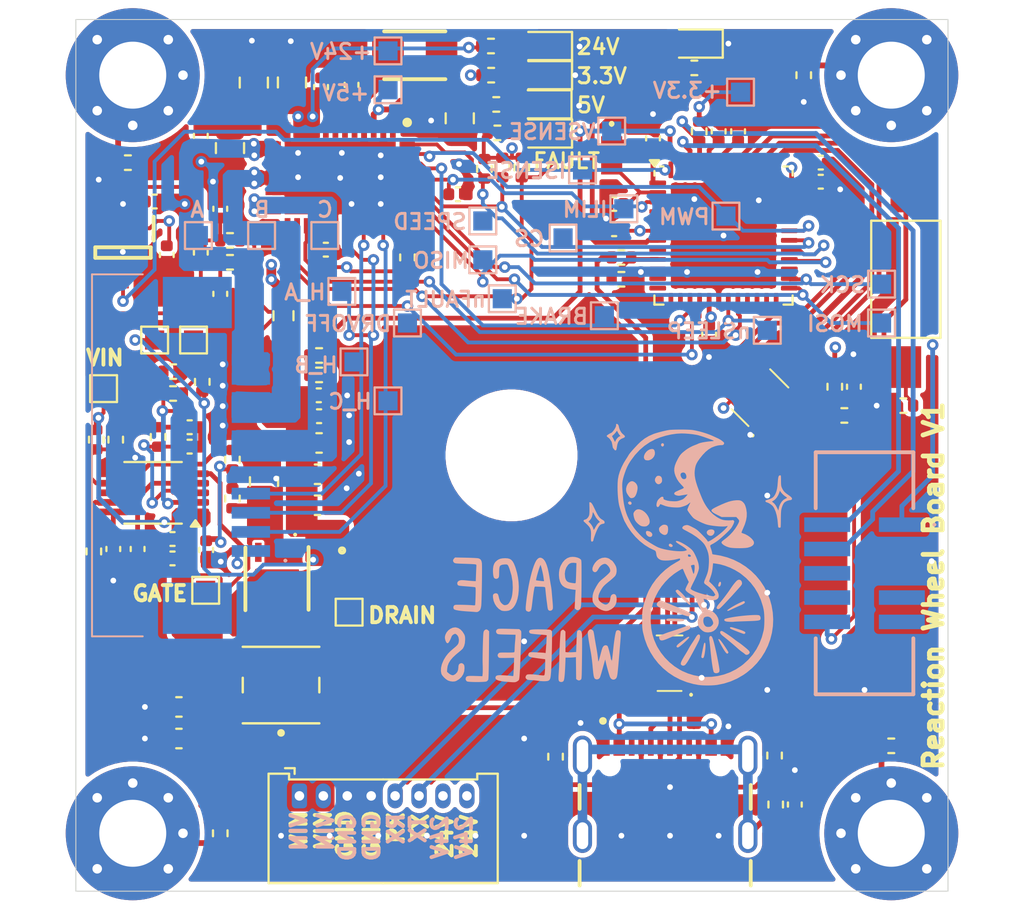
<source format=kicad_pcb>
(kicad_pcb
	(version 20240108)
	(generator "pcbnew")
	(generator_version "8.0")
	(general
		(thickness 1.6)
		(legacy_teardrops no)
	)
	(paper "A4")
	(layers
		(0 "F.Cu" signal)
		(1 "In1.Cu" power)
		(2 "In2.Cu" power)
		(31 "B.Cu" signal)
		(32 "B.Adhes" user "B.Adhesive")
		(33 "F.Adhes" user "F.Adhesive")
		(34 "B.Paste" user)
		(35 "F.Paste" user)
		(36 "B.SilkS" user "B.Silkscreen")
		(37 "F.SilkS" user "F.Silkscreen")
		(38 "B.Mask" user)
		(39 "F.Mask" user)
		(40 "Dwgs.User" user "User.Drawings")
		(41 "Cmts.User" user "User.Comments")
		(42 "Eco1.User" user "User.Eco1")
		(43 "Eco2.User" user "User.Eco2")
		(44 "Edge.Cuts" user)
		(45 "Margin" user)
		(46 "B.CrtYd" user "B.Courtyard")
		(47 "F.CrtYd" user "F.Courtyard")
		(48 "B.Fab" user)
		(49 "F.Fab" user)
		(50 "User.1" user)
		(51 "User.2" user)
		(52 "User.3" user)
		(53 "User.4" user)
		(54 "User.5" user)
		(55 "User.6" user)
		(56 "User.7" user)
		(57 "User.8" user)
		(58 "User.9" user)
	)
	(setup
		(stackup
			(layer "F.SilkS"
				(type "Top Silk Screen")
			)
			(layer "F.Paste"
				(type "Top Solder Paste")
			)
			(layer "F.Mask"
				(type "Top Solder Mask")
				(thickness 0.01)
			)
			(layer "F.Cu"
				(type "copper")
				(thickness 0.035)
			)
			(layer "dielectric 1"
				(type "prepreg")
				(thickness 0.1)
				(material "FR4")
				(epsilon_r 4.5)
				(loss_tangent 0.02)
			)
			(layer "In1.Cu"
				(type "copper")
				(thickness 0.035)
			)
			(layer "dielectric 2"
				(type "core")
				(thickness 1.24)
				(material "FR4")
				(epsilon_r 4.5)
				(loss_tangent 0.02)
			)
			(layer "In2.Cu"
				(type "copper")
				(thickness 0.035)
			)
			(layer "dielectric 3"
				(type "prepreg")
				(thickness 0.1)
				(material "FR4")
				(epsilon_r 4.5)
				(loss_tangent 0.02)
			)
			(layer "B.Cu"
				(type "copper")
				(thickness 0.035)
			)
			(layer "B.Mask"
				(type "Bottom Solder Mask")
				(thickness 0.01)
			)
			(layer "B.Paste"
				(type "Bottom Solder Paste")
			)
			(layer "B.SilkS"
				(type "Bottom Silk Screen")
			)
			(copper_finish "None")
			(dielectric_constraints no)
		)
		(pad_to_mask_clearance 0)
		(allow_soldermask_bridges_in_footprints no)
		(pcbplotparams
			(layerselection 0x00010fc_ffffffff)
			(plot_on_all_layers_selection 0x0000000_00000000)
			(disableapertmacros no)
			(usegerberextensions no)
			(usegerberattributes yes)
			(usegerberadvancedattributes yes)
			(creategerberjobfile yes)
			(dashed_line_dash_ratio 12.000000)
			(dashed_line_gap_ratio 3.000000)
			(svgprecision 4)
			(plotframeref no)
			(viasonmask no)
			(mode 1)
			(useauxorigin no)
			(hpglpennumber 1)
			(hpglpenspeed 20)
			(hpglpendiameter 15.000000)
			(pdf_front_fp_property_popups yes)
			(pdf_back_fp_property_popups yes)
			(dxfpolygonmode yes)
			(dxfimperialunits yes)
			(dxfusepcbnewfont yes)
			(psnegative no)
			(psa4output no)
			(plotreference yes)
			(plotvalue yes)
			(plotfptext yes)
			(plotinvisibletext no)
			(sketchpadsonfab no)
			(subtractmaskfromsilk no)
			(outputformat 1)
			(mirror no)
			(drillshape 1)
			(scaleselection 1)
			(outputdirectory "")
		)
	)
	(net 0 "")
	(net 1 "VDC")
	(net 2 "GND")
	(net 3 "/Buck-Boost/24V_OUT")
	(net 4 "/MCU/DAC0")
	(net 5 "+3.3V")
	(net 6 "/MCU/MCU_nRESET")
	(net 7 "/MCU/SHIELD")
	(net 8 "/Buck-Boost/Drain")
	(net 9 "/MCU/Motor_nFAULT")
	(net 10 "/MCU/VBUS")
	(net 11 "/MCU/D_N")
	(net 12 "/MCU/D_P")
	(net 13 "/Buck-Boost/CURRENTSENSE")
	(net 14 "/Motor Driver/OUTC")
	(net 15 "/MCU/MISO")
	(net 16 "/MCU/SCK")
	(net 17 "/Motor Driver/OUTB")
	(net 18 "/MCU/MOSI")
	(net 19 "/MCU/MOTOR_nSLEEP")
	(net 20 "/Motor Driver/SW_BK")
	(net 21 "/MCU/MOTOR_SPEED")
	(net 22 "/MCU/CS")
	(net 23 "/MCU/MOTOR_BRAKE")
	(net 24 "/Motor Driver/OUTA")
	(net 25 "/MCU/Motor_PWM")
	(net 26 "/MCU/MOTOR_DRVOFF")
	(net 27 "/Motor Driver/H_A")
	(net 28 "/Motor Driver/H_B")
	(net 29 "/Motor Driver/H_C")
	(net 30 "/RX")
	(net 31 "unconnected-(J2-PadMP1)")
	(net 32 "unconnected-(J2-PadMP2)")
	(net 33 "/MCU/SWCLK")
	(net 34 "/MCU/SWDIO")
	(net 35 "/Buck-Boost/Source")
	(net 36 "/Buck-Boost/VSENSE")
	(net 37 "/MCU/MOTOR_DIR")
	(net 38 "Net-(U201-SS)")
	(net 39 "Net-(U201-VCC)")
	(net 40 "/Buck-Boost/Feedback")
	(net 41 "Net-(C207-Pad2)")
	(net 42 "Net-(C208-Pad1)")
	(net 43 "Net-(U201-COMP)")
	(net 44 "Net-(D201-K)")
	(net 45 "Net-(IC301-CP)")
	(net 46 "Net-(IC301-CPL)")
	(net 47 "Net-(IC301-CPH)")
	(net 48 "Net-(U401-PA00)")
	(net 49 "Net-(U401-PA01)")
	(net 50 "Net-(U401-VDDCORE)")
	(net 51 "Net-(D301-A)")
	(net 52 "Net-(D302-A)")
	(net 53 "Net-(D303-A)")
	(net 54 "Net-(D304-A)")
	(net 55 "Net-(D402-A)")
	(net 56 "unconnected-(IC301-HNA-Pad28)")
	(net 57 "unconnected-(IC301-NC_1-Pad1)")
	(net 58 "unconnected-(IC301-HNB-Pad30)")
	(net 59 "unconnected-(IC301-NC_2-Pad24)")
	(net 60 "unconnected-(IC301-HNC-Pad32)")
	(net 61 "unconnected-(J401-SBU1-PadA8)")
	(net 62 "Net-(J401-CC1)")
	(net 63 "Net-(J401-CC2)")
	(net 64 "unconnected-(J401-SBU2-PadB8)")
	(net 65 "unconnected-(J402-Pad8)")
	(net 66 "unconnected-(J402-Pad6)")
	(net 67 "unconnected-(J402-Pad7)")
	(net 68 "unconnected-(J402-Pad9)")
	(net 69 "Net-(J402-Pad10)")
	(net 70 "Net-(Q201-GATE)")
	(net 71 "Net-(U201-RT)")
	(net 72 "/Buck-Boost/Sense-")
	(net 73 "Net-(U201-CS)")
	(net 74 "Net-(R403-Pad2)")
	(net 75 "Net-(U401-PB08)")
	(net 76 "unconnected-(U401-PA08-Pad13)")
	(net 77 "unconnected-(U401-PB09-Pad8)")
	(net 78 "unconnected-(U401-PA09-Pad14)")
	(net 79 "unconnected-(U401-PA06-Pad11)")
	(net 80 "unconnected-(U401-PA28-Pad41)")
	(net 81 "unconnected-(U401-PA12-Pad21)")
	(net 82 "unconnected-(U401-PA03-Pad4)")
	(net 83 "unconnected-(U401-PA13-Pad22)")
	(net 84 "unconnected-(U401-PA07-Pad12)")
	(net 85 "unconnected-(U401-PA15-Pad24)")
	(net 86 "unconnected-(U401-PA27-Pad39)")
	(net 87 "unconnected-(U401-PA18-Pad27)")
	(net 88 "unconnected-(U401-PA14-Pad23)")
	(net 89 "unconnected-(U401-PA05-Pad10)")
	(net 90 "/MCU/ADC3")
	(net 91 "/Motor Driver/FB_BK")
	(net 92 "Net-(R1-Pad1)")
	(net 93 "/Buck-Boost/Sense+")
	(net 94 "/Buck-Boost/UVLO")
	(net 95 "/TX")
	(net 96 "Net-(H101-Pad1)")
	(net 97 "Net-(H102-Pad1)")
	(net 98 "Net-(H103-Pad1)")
	(net 99 "Net-(H104-Pad1)")
	(footprint "Resistor_SMD:R_0402_1005Metric" (layer "F.Cu") (at 154.94 89.154))
	(footprint "Capacitor_SMD:C_0402_1005Metric" (layer "F.Cu") (at 165.354 84.1985 180))
	(footprint "Resistor_SMD:R_0402_1005Metric" (layer "F.Cu") (at 169.67 96.901))
	(footprint "TestPoint:TestPoint_Pad_1.0x1.0mm" (layer "F.Cu") (at 140.716 107.696))
	(footprint "MountingHole:MountingHole_3.5mm_Pad_Via" (layer "F.Cu") (at 129.413 79.629))
	(footprint "TestPoint:TestPoint_Pad_1.0x1.0mm" (layer "F.Cu") (at 132.588 93.472))
	(footprint "Resistor_SMD:R_0402_1005Metric" (layer "F.Cu") (at 131.5212 96.266))
	(footprint "Resistor_SMD:R_0402_1005Metric" (layer "F.Cu") (at 151.5 115.25 90))
	(footprint "Resistor_SMD:R_0402_1005Metric" (layer "F.Cu") (at 148.126 78.105))
	(footprint "Capacitor_SMD:C_0402_1005Metric" (layer "F.Cu") (at 132.3868 98.029 180))
	(footprint "Resistor_SMD:R_0402_1005Metric" (layer "F.Cu") (at 139.147 94.279 180))
	(footprint "MountingHole:MountingHole_6.4mm_M6" (layer "F.Cu") (at 149.225 99.568))
	(footprint "Capacitor_SMD:C_0402_1005Metric" (layer "F.Cu") (at 146.4056 85.852))
	(footprint "Capacitor_SMD:C_0603_1608Metric" (layer "F.Cu") (at 139.065 100.487))
	(footprint "Button_Switch_SMD:SW_SPST_FSMSM" (layer "F.Cu") (at 169.799 90.297 -90))
	(footprint "Resistor_SMD:R_0402_1005Metric" (layer "F.Cu") (at 149.733 84.455 -90))
	(footprint "Resistor_SMD:R_0402_1005Metric" (layer "F.Cu") (at 128.524 98.679 90))
	(footprint "Capacitor_SMD:C_0402_1005Metric" (layer "F.Cu") (at 132.969 88.9 90))
	(footprint "Capacitor_SMD:C_0603_1608Metric" (layer "F.Cu") (at 131.826 112.649 180))
	(footprint "Capacitor_SMD:C_0402_1005Metric" (layer "F.Cu") (at 139.5 88.75))
	(footprint "Connector_Molex:Molex_PicoBlade_53048-0810_1x08_P1.25mm_Horizontal" (layer "F.Cu") (at 138.119 117.299))
	(footprint "Resistor_SMD:R_0402_1005Metric" (layer "F.Cu") (at 148.136 79.629))
	(footprint "Senior Design:PRTR5V0U2X" (layer "F.Cu") (at 162.179 96.52 45))
	(footprint "Capacitor_SMD:C_0402_1005Metric" (layer "F.Cu") (at 133.2484 104.4448 -90))
	(footprint "Resistor_SMD:R_0402_1005Metric" (layer "F.Cu") (at 134.62 101.757 -90))
	(footprint "Capacitor_SMD:C_0402_1005Metric" (layer "F.Cu") (at 133.985 91.059 -90))
	(footprint "Capacitor_SMD:C_0402_1005Metric" (layer "F.Cu") (at 160.02 82.565 -90))
	(footprint "Capacitor_SMD:C_0402_1005Metric" (layer "F.Cu") (at 130.556 86.233 180))
	(footprint "Capacitor_SMD:C_0402_1005Metric" (layer "F.Cu") (at 133.985 86.614 90))
	(footprint "Resistor_SMD:R_0402_1005Metric" (layer "F.Cu") (at 159.004 82.565 90))
	(footprint "Resistor_SMD:R_0402_1005Metric" (layer "F.Cu") (at 163 117.75 90))
	(footprint "Capacitor_SMD:C_0402_1005Metric" (layer "F.Cu") (at 132.3848 99.045 180))
	(footprint "Capacitor_SMD:C_0805_2012Metric" (layer "F.Cu") (at 146.496039 81.88275 -90))
	(footprint "RW_Imports:IND_XGL4040-223MEC" (layer "F.Cu") (at 137.16 111.506 90))
	(footprint "Resistor_SMD:R_0402_1005Metric" (layer "F.Cu") (at 148.403322 81.157909))
	(footprint "MountingHole:MountingHole_3.5mm_Pad_Via" (layer "F.Cu") (at 169.037 79.629))
	(footprint "Resistor_SMD:R_0402_1005Metric" (layer "F.Cu") (at 134.493 88.265 180))
	(footprint "Capacitor_SMD:C_0402_1005Metric" (layer "F.Cu") (at 128.397 104.394 -90))
	(footprint "Capacitor_SMD:C_0805_2012Metric"
		(layer "F.Cu")
		(uuid "66502248-f4ce-498f-a7c5-901a5eb84cfe")
		(at 134.493 83.439 -90)
		(descr "Capacitor SMD 0805 (2012 Metric), square (rectangular) end terminal, IPC_7351 nominal, (Body size source: IPC-SM-782 page 76, https://www.pcb-3d.com/wordpress/wp-content/uploads/ipc-sm-782a_amendment_1_and_2.pdf, https://docs.google.com/spreadsheets/d/1BsfQQcO9C6DZCsRaXUlFlo91Tg2WpOkGARC1WS5S8t0/edit?usp=sharing), generated with kicad-footprint-generator")
		(tags "capacitor")
		(property "Reference" "C304"
			(at 0 -1.68 90)
			(layer "F.SilkS")
			(hide yes)
			(uuid "3849d662-c4f6-4e2f-a303-2de9df5f8b42")
			(effects
				(font
					(size 1 1)
					(thickness 0.15)
				)
			)
		)
		(property "Value" "22uF"
			(at 0 1.68 90)
			(layer "F.Fab")
			(uuid "78aed728-a178-41fc-9310-80f15d79242d")
			(effects
				(font
					(size 1 1)
					(thickness 0.15)
				)
			)
		)
		(property "Footprint" "Capacitor_SMD:C_0805_2012Metric"
			(at 0 0 -90)
			(unlocked yes)
			(layer "F.Fab")
			(hide yes)
			(uuid "2140f2df-6b26-4d4c-8043-a52bc92d5378")
			(effects
				(font
					(size 1.27 1.27)
					(thickness 0.15)
				)
			)
		)
		(property "Datasheet" ""
			(at 0 0 -90)
			(unlocked yes)
			(layer "F.Fab")
			(hide yes)
			(uuid "6907e313-6257-432d-a549
... [1192176 chars truncated]
</source>
